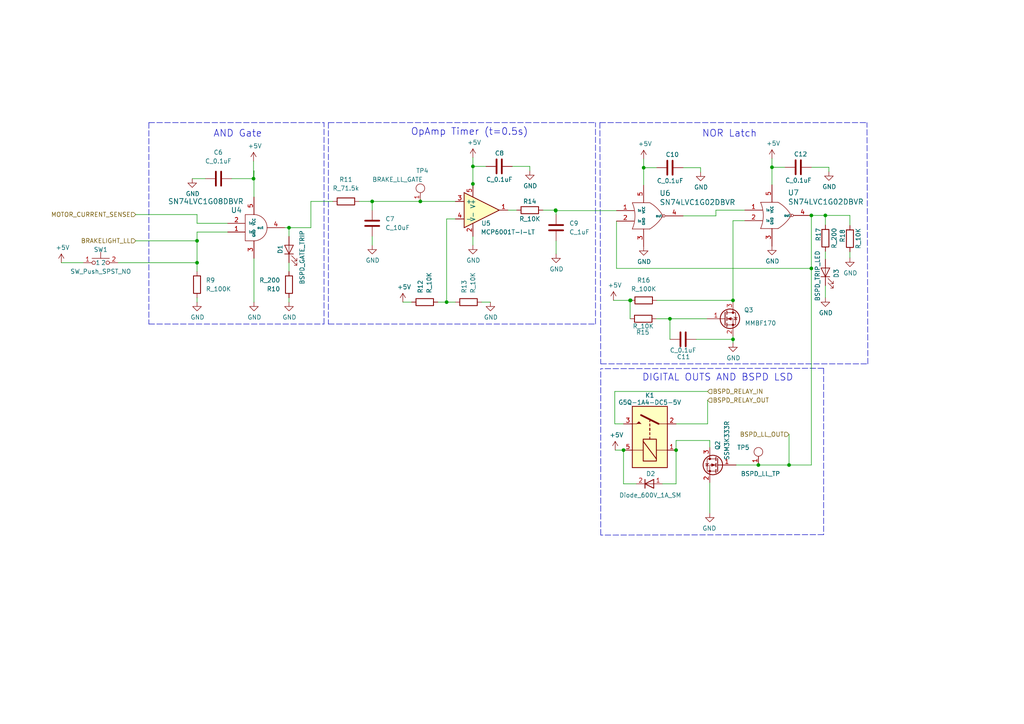
<source format=kicad_sch>
(kicad_sch (version 20211123) (generator eeschema)
  (paper "A4")
  (title_block (title "BSPD (Brake System Plausability Device)"))
  (lib_symbols
    (symbol "formula:C_0.1uF" (pin_numbers hide) (pin_names (offset 0.254))
      (property "Reference" "C" (at 0.635 2.54 0))
      (property "Value" "C_0.1uF" (at 0.635 -2.54 0))
      (symbol "C_0.1uF_0_1"
        (polyline (pts (xy -2.032 -0.762) (xy 2.032 -0.762)) (stroke (width 0.508)))
        (polyline (pts (xy -2.032 0.762) (xy 2.032 0.762)) (stroke (width 0.508)))
      )
      (symbol "C_0.1uF_1_1"
        (pin passive line (at 0 3.81 270) (length 2.794) (name "~") (number "1"))
        (pin passive line (at 0 -3.81 90) (length 2.794) (name "~") (number "2"))
      )
    )
    (symbol "formula:C_10uF" (pin_numbers hide) (pin_names (offset 0.254))
      (property "Reference" "C" (at 0.635 3.81 0))
      (property "Value" "C_10uF" (at 0.635 -1.27 0))
      (symbol "C_10uF_0_1"
        (polyline (pts (xy -2.032 0.508) (xy 2.032 0.508)) (stroke (width 0.508)))
        (polyline (pts (xy -2.032 2.032) (xy 2.032 2.032)) (stroke (width 0.508)))
      )
      (symbol "C_10uF_1_1"
        (pin passive line (at 0 5.08 270) (length 2.794) (name "~") (number "1"))
        (pin passive line (at 0 -2.54 90) (length 2.794) (name "~") (number "2"))
      )
    )
    (symbol "formula:C_1uF" (pin_numbers hide) (pin_names (offset 0.254))
      (property "Reference" "C" (at 0.635 3.81 0))
      (property "Value" "C_1uF" (at 0.635 -1.27 0))
      (symbol "C_1uF_0_1"
        (polyline (pts (xy -2.032 0.508) (xy 2.032 0.508)) (stroke (width 0.508)))
        (polyline (pts (xy -2.032 2.032) (xy 2.032 2.032)) (stroke (width 0.508)))
      )
      (symbol "C_1uF_1_1"
        (pin passive line (at 0 5.08 270) (length 2.794) (name "~") (number "1"))
        (pin passive line (at 0 -2.54 90) (length 2.794) (name "~") (number "2"))
      )
    )
    (symbol "formula:Diode_600V_1A_SM" (pin_names (offset 1.016))
      (property "Reference" "D?" (at 0 6.35 0))
      (property "Value" "Diode_600V_1A_SM" (at 0 8.89 0))
      (symbol "Diode_600V_1A_SM_1_1"
        (polyline (pts (xy 1.27 0) (xy -1.27 0)))
        (polyline (pts (xy 1.27 1.27) (xy 1.27 -1.27)) (stroke (width 0.254)))
        (polyline (pts (xy -1.27 -1.27) (xy -1.27 1.27) (xy 1.27 0) (xy -1.27 -1.27)) (stroke (width 0.254)))
        (pin passive line (at -3.81 0 0) (length 2.54) (name "~") (number "1"))
        (pin passive line (at 3.81 0 180) (length 2.54) (name "~") (number "2"))
      )
    )
    (symbol "formula:G5Q-1A4-DC5-5V" (pin_names (offset 1.016))
      (property "Reference" "K" (at 8.89 3.81 0))
      (property "Value" "G5Q-1A4-DC5-5V" (at -10.16 -3.81 0))
      (symbol "G5Q-1A4-DC5-5V_0_0"
        (polyline (pts (xy 2.54 3.81) (xy 2.54 5.08)))
      )
      (symbol "G5Q-1A4-DC5-5V_0_1"
        (rectangle (start -10.16 5.08) (end 7.62 -5.08) (stroke (width 0.254)) (fill (type background)))
        (rectangle (start -8.255 1.905) (end -1.905 -1.905) (stroke (width 0.254)))
        (polyline (pts (xy -7.62 -1.905) (xy -2.54 1.905)) (stroke (width 0.254)))
        (polyline (pts (xy -5.08 -5.08) (xy -5.08 -1.905)))
        (polyline (pts (xy -5.08 5.08) (xy -5.08 1.905)))
        (polyline (pts (xy -1.905 0) (xy -1.27 0)) (stroke (width 0.254)))
        (polyline (pts (xy -0.635 0) (xy 0 0)) (stroke (width 0.254)))
        (polyline (pts (xy 0.635 0) (xy 1.27 0)) (stroke (width 0.254)))
        (polyline (pts (xy 0.635 0) (xy 1.27 0)) (stroke (width 0.254)))
        (polyline (pts (xy 1.905 0) (xy 2.54 0)) (stroke (width 0.254)))
        (polyline (pts (xy 2.54 -2.54) (xy 2.54 -5.08)))
        (polyline (pts (xy 2.54 -2.54) (xy 5.08 2.54)) (stroke (width 0.508)))
        (polyline (pts (xy 3.175 0) (xy 3.81 0)) (stroke (width 0.254)))
        (polyline (pts (xy 2.54 2.54) (xy 3.175 3.175) (xy 2.54 3.81)) (fill (type outline)))
      )
      (symbol "G5Q-1A4-DC5-5V_1_1"
        (pin passive line (at -5.08 -7.62 90) (length 2.54) (name "~") (number "1"))
        (pin passive line (at 2.54 -7.62 90) (length 2.54) (name "~") (number "2"))
        (pin passive line (at 2.54 7.62 270) (length 2.54) (name "~") (number "3"))
        (pin passive line (at -5.08 7.62 270) (length 2.54) (name "~") (number "5"))
      )
    )
    (symbol "formula:LED_0805_Red" (pin_numbers hide) (pin_names (offset 1.016) hide)
      (property "Reference" "D" (at 0 -2.54 0))
      (property "Value" "LED_0805_Red" (at 0 2.54 0))
      (symbol "LED_0805_Red_0_1"
        (polyline (pts (xy -1.27 -1.27) (xy -1.27 1.27)) (stroke (width 0.2032)))
        (polyline (pts (xy -1.27 0) (xy 1.27 0)))
        (polyline (pts (xy 1.27 -1.27) (xy 1.27 1.27) (xy -1.27 0) (xy 1.27 -1.27)) (stroke (width 0.2032)))
        (polyline (pts (xy -3.048 -0.762) (xy -4.572 -2.286) (xy -3.81 -2.286) (xy -4.572 -2.286) (xy -4.572 -1.524)))
        (polyline (pts (xy -1.778 -0.762) (xy -3.302 -2.286) (xy -2.54 -2.286) (xy -3.302 -2.286) (xy -3.302 -1.524)))
      )
      (symbol "LED_0805_Red_1_1"
        (pin passive line (at -3.81 0 0) (length 2.54) (name "K") (number "1"))
        (pin passive line (at 3.81 0 180) (length 2.54) (name "A") (number "2"))
      )
    )
    (symbol "formula:MCP6001T-I-LT"
      (property "Reference" "U" (at 0 5.08 0))
      (property "Value" "MCP6001T-I-LT" (at 0 -5.08 0))
      (symbol "MCP6001T-I-LT_0_1"
        (polyline (pts (xy -5.08 5.08) (xy 5.08 0) (xy -5.08 -5.08) (xy -5.08 5.08)) (stroke (width 0.254)) (fill (type background)))
        (pin power_in line (at -2.54 -7.62 90) (length 3.81) (name "V-") (number "2"))
        (pin power_in line (at -2.54 7.62 270) (length 3.81) (name "V+") (number "5"))
      )
      (symbol "MCP6001T-I-LT_1_1"
        (pin output line (at 7.62 0 180) (length 2.54) (name "~") (number "1"))
        (pin input line (at -7.62 2.54 0) (length 2.54) (name "+") (number "3"))
        (pin input line (at -7.62 -2.54 0) (length 2.54) (name "-") (number "4"))
      )
    )
    (symbol "formula:MMBF170" (pin_names (offset 0) hide)
      (property "Reference" "Q" (at 5.08 1.905 0))
      (property "Value" "MMBF170" (at 5.08 0 0))
      (property "PurchasingLink" "https://www.digikey.com/product-detail/en/on-semiconductor/MMBF170/MMBF170CT-ND/244295" (at 12.7 9.525 0))
      (symbol "MMBF170_0_1"
        (polyline (pts (xy 0.762 -1.778) (xy 2.54 -1.778)))
        (polyline (pts (xy 0.762 -1.27) (xy 0.762 -2.286)) (stroke (width 0.254)))
        (polyline (pts (xy 0.762 0) (xy 2.54 0)))
        (polyline (pts (xy 0.762 0.508) (xy 0.762 -0.508)) (stroke (width 0.254)))
        (polyline (pts (xy 0.762 1.778) (xy 2.54 1.778)))
        (polyline (pts (xy 0.762 2.286) (xy 0.762 1.27)) (stroke (width 0.254)))
        (polyline (pts (xy 2.54 -1.778) (xy 2.54 -2.54)))
        (polyline (pts (xy 2.54 -1.778) (xy 2.54 0)))
        (polyline (pts (xy 2.54 2.54) (xy 2.54 1.778)))
        (polyline (pts (xy 0.254 1.905) (xy 0.254 -1.905) (xy 0.254 -1.905)) (stroke (width 0.254)))
        (polyline (pts (xy 1.016 0) (xy 2.032 0.381) (xy 2.032 -0.381) (xy 1.016 0)) (fill (type outline)))
        (polyline (pts (xy 2.54 -1.778) (xy 3.302 -1.778) (xy 3.302 1.778) (xy 2.54 1.778)))
        (polyline (pts (xy 2.794 0.508) (xy 2.921 0.381) (xy 3.683 0.381) (xy 3.81 0.254)))
        (polyline (pts (xy 3.302 0.381) (xy 2.921 -0.254) (xy 3.683 -0.254) (xy 3.302 0.381)))
        (circle (center 1.651 0) (radius 2.8194) (stroke (width 0.254)))
        (circle (center 2.54 -1.778) (radius 0.2794) (fill (type outline)))
        (circle (center 2.54 1.778) (radius 0.2794) (fill (type outline)))
      )
      (symbol "MMBF170_1_1"
        (pin input line (at -5.08 0 0) (length 5.334) (name "G") (number "1"))
        (pin passive line (at 2.54 -5.08 90) (length 2.54) (name "S") (number "2"))
        (pin passive line (at 2.54 5.08 270) (length 2.54) (name "D") (number "3"))
      )
    )
    (symbol "formula:R_100K" (pin_numbers hide) (pin_names (offset 0))
      (property "Reference" "R" (at 2.032 0 90))
      (property "Value" "R_100K" (at -2.54 0 90))
      (symbol "R_100K_0_1"
        (rectangle (start -1.016 -2.54) (end 1.016 2.54) (stroke (width 0.254)))
      )
      (symbol "R_100K_1_1"
        (pin passive line (at 0 3.81 270) (length 1.27) (name "~") (number "1"))
        (pin passive line (at 0 -3.81 90) (length 1.27) (name "~") (number "2"))
      )
    )
    (symbol "formula:R_10K" (pin_numbers hide) (pin_names (offset 0))
      (property "Reference" "R" (at 2.032 0 90))
      (property "Value" "R_10K" (at -2.54 0 90))
      (symbol "R_10K_0_1"
        (rectangle (start -1.016 -2.54) (end 1.016 2.54) (stroke (width 0.254)))
      )
      (symbol "R_10K_1_1"
        (pin passive line (at 0 3.81 270) (length 1.27) (name "~") (number "1"))
        (pin passive line (at 0 -3.81 90) (length 1.27) (name "~") (number "2"))
      )
    )
    (symbol "formula:R_200" (pin_numbers hide) (pin_names (offset 0))
      (property "Reference" "R" (at 2.032 0 90))
      (property "Value" "R_200" (at -2.54 0 90))
      (symbol "R_200_0_1"
        (rectangle (start -1.016 -2.54) (end 1.016 2.54) (stroke (width 0.254)))
      )
      (symbol "R_200_1_1"
        (pin passive line (at 0 3.81 270) (length 1.27) (name "~") (number "1"))
        (pin passive line (at 0 -3.81 90) (length 1.27) (name "~") (number "2"))
      )
    )
    (symbol "formula:R_71.5k" (pin_numbers hide) (pin_names (offset 0))
      (property "Reference" "R" (at 2.032 0 90))
      (property "Value" "R_71.5k" (at -2.54 0 90))
      (symbol "R_71.5k_0_1"
        (rectangle (start -1.016 -2.54) (end 1.016 2.54) (stroke (width 0.254)))
      )
      (symbol "R_71.5k_1_1"
        (pin passive line (at 0 3.81 270) (length 1.27) (name "~") (number "1"))
        (pin passive line (at 0 -3.81 90) (length 1.27) (name "~") (number "2"))
      )
    )
    (symbol "formula:SN74LVC1G02DBVR" (pin_names (offset 1.016))
      (property "Reference" "U" (at 0 17.78 0))
      (property "Value" "SN74LVC1G02DBVR" (at 0 13.97 0))
      (property "Footprint" "footprints:SOT-23-5_OEM" (at 0 -11.43 0))
      (property "Datasheet" "http://www.ti.com/lit/ds/symlink/sn74lvc1g02.pdf" (at 0 -13.97 0))
      (property "MFN" "DK" (at 22.86 0 0))
      (symbol "SN74LVC1G02DBVR_0_1"
        (arc (start -3.302 -3.81) (mid -2.52 0) (end -3.302 3.81))
        (polyline (pts (xy -3.302 -3.81) (xy 1.778 -3.81)))
        (polyline (pts (xy -3.302 3.81) (xy 1.778 3.81)))
        (arc (start 1.778 -3.81) (mid 3.9 -2.122) (end 5.588 0))
        (arc (start 5.588 0) (mid 3.9381 2.1601) (end 1.778 3.81))
        (circle (center 5.842 0) (radius 0.3556))
      )
      (symbol "SN74LVC1G02DBVR_1_1"
        (pin bidirectional line (at -7.874 1.524 0) (length 5.08) (name "in") (number "1"))
        (pin bidirectional line (at -7.874 -1.524 0) (length 5.08) (name "in") (number "2"))
        (pin bidirectional line (at 0 -8.89 90) (length 5.08) (name "GND") (number "3"))
        (pin bidirectional line (at 11.43 0 180) (length 5.08) (name "out") (number "4"))
        (pin bidirectional line (at 0 8.89 270) (length 5.08) (name "VCC") (number "5"))
      )
    )
    (symbol "formula:SN74LVC1G08DBVR" (pin_names (offset 1.016))
      (property "Reference" "U" (at 0 12.7 0))
      (property "Value" "SN74LVC1G08DBVR" (at 0 16.51 0))
      (property "Footprint" "footprints:SOT-23-5_OEM" (at 0 -25.4 0))
      (property "Datasheet" "http://www.ti.com/lit/ds/symlink/sn74lvc1g08.pdf" (at 0 -21.59 0))
      (property "MFN" "DK" (at 15.24 0 0))
      (symbol "SN74LVC1G08DBVR_0_1"
        (polyline (pts (xy 0 3.81) (xy -2.54 3.81) (xy -2.54 -3.81) (xy 0 -3.81)))
      )
      (symbol "SN74LVC1G08DBVR_1_1"
        (arc (start 0 -3.81) (mid 3.81 0) (end 0 3.81))
        (pin bidirectional line (at -7.62 -1.27 0) (length 5.08) (name "in") (number "1"))
        (pin bidirectional line (at -7.62 1.27 0) (length 5.08) (name "in") (number "2"))
        (pin bidirectional line (at 0 -8.89 90) (length 5.08) (name "GND") (number "3"))
        (pin bidirectional line (at 8.89 0 180) (length 5.08) (name "out") (number "4"))
        (pin bidirectional line (at 0 8.89 270) (length 5.08) (name "VCC") (number "5"))
      )
    )
    (symbol "formula:SSM3K333R" (pin_names (offset 0) hide)
      (property "Reference" "Q" (at 5.08 1.905 0))
      (property "Value" "SSM3K333R" (at 5.08 0 0))
      (symbol "SSM3K333R_0_1"
        (polyline (pts (xy 0.762 -1.778) (xy 2.54 -1.778)))
        (polyline (pts (xy 0.762 -1.27) (xy 0.762 -2.286)) (stroke (width 0.254)))
        (polyline (pts (xy 0.762 0) (xy 2.54 0)))
        (polyline (pts (xy 0.762 0.508) (xy 0.762 -0.508)) (stroke (width 0.254)))
        (polyline (pts (xy 0.762 1.778) (xy 2.54 1.778)))
        (polyline (pts (xy 0.762 2.286) (xy 0.762 1.27)) (stroke (width 0.254)))
        (polyline (pts (xy 2.54 -1.778) (xy 2.54 -2.54)))
        (polyline (pts (xy 2.54 -1.778) (xy 2.54 0)))
        (polyline (pts (xy 2.54 2.54) (xy 2.54 1.778)))
        (polyline (pts (xy 0.254 1.905) (xy 0.254 -1.905) (xy 0.254 -1.905)) (stroke (width 0.254)))
        (polyline (pts (xy 1.016 0) (xy 2.032 0.381) (xy 2.032 -0.381) (xy 1.016 0)) (fill (type outline)))
        (polyline (pts (xy 2.54 -1.778) (xy 3.302 -1.778) (xy 3.302 1.778) (xy 2.54 1.778)))
        (polyline (pts (xy 2.794 0.508) (xy 2.921 0.381) (xy 3.683 0.381) (xy 3.81 0.254)))
        (polyline (pts (xy 3.302 0.381) (xy 2.921 -0.254) (xy 3.683 -0.254) (xy 3.302 0.381)))
        (circle (center 1.651 0) (radius 2.8194) (stroke (width 0.254)))
        (circle (center 2.54 -1.778) (radius 0.2794) (fill (type outline)))
        (circle (center 2.54 1.778) (radius 0.2794) (fill (type outline)))
      )
      (symbol "SSM3K333R_1_1"
        (pin input line (at -5.08 0 0) (length 5.334) (name "G") (number "1"))
        (pin passive line (at 2.54 -5.08 90) (length 2.54) (name "S") (number "2"))
        (pin passive line (at 2.54 5.08 270) (length 2.54) (name "D") (number "3"))
      )
    )
    (symbol "formula:SW_Push_SPST_NO" (pin_names (offset 1.016))
      (property "Reference" "SW" (at 2.54 3.81 0))
      (property "Value" "SW_Push_SPST_NO" (at 1.27 -2.54 0))
      (symbol "SW_Push_SPST_NO_1_1"
        (circle (center -2.032 0) (radius 0.508))
        (polyline (pts (xy 0 1.27) (xy 0 3.048)))
        (polyline (pts (xy 2.54 1.27) (xy -2.54 1.27)))
        (circle (center 2.032 0) (radius 0.508))
        (pin passive line (at -5.08 0 0) (length 2.54) (name "1") (number "1"))
        (pin passive line (at 5.08 0 180) (length 2.54) (name "2") (number "2"))
      )
    )
    (symbol "formula:Test_Point_SMD" (pin_names (offset 1.016))
      (property "Reference" "TP" (at 0 7.62 0))
      (property "Value" "Test_Point_SMD" (at 1.27 5.08 0))
      (symbol "Test_Point_SMD_1_1"
        (circle (center 0 2.54) (radius 1.27))
        (pin input line (at 0 -1.27 90) (length 2.54) (name "~") (number "1"))
      )
    )
    (symbol "power:+5V" (power) (pin_names (offset 0))
      (property "Value" "+5V" (at 0 3.556 0))
      (symbol "+5V_0_1"
        (polyline (pts (xy -0.762 1.27) (xy 0 2.54)))
        (polyline (pts (xy 0 0) (xy 0 2.54)))
        (polyline (pts (xy 0 2.54) (xy 0.762 1.27)))
      )
      (symbol "+5V_1_1"
        (pin power_in line (at 0 0 90) (length 0) hide (name "+5V") (number "1"))
      )
    )
    (symbol "power:GND" (power) (pin_names (offset 0))
      (property "Value" "GND" (at 0 -3.81 0))
      (symbol "GND_0_1"
        (polyline (pts (xy 0 0) (xy 0 -1.27) (xy 1.27 -1.27) (xy 0 -2.54) (xy -1.27 -1.27) (xy 0 -1.27)))
      )
      (symbol "GND_1_1"
        (pin power_in line (at 0 0 270) (length 0) hide (name "GND") (number "1"))
      )
    )
  )
  (junction (at 161.163 61.087))
  (junction (at 107.95 58.42))
  (junction (at 137.16 53.34))
  (junction (at 182.88 87.122))
  (junction (at 194.31 92.456))
  (junction (at 223.901 48.514))
  (junction (at 180.848 130.556))
  (junction (at 228.854 134.874))
  (junction (at 212.598 87.122))
  (junction (at 129.54 87.63))
  (junction (at 196.088 130.556))
  (junction (at 212.598 98.425))
  (junction (at 121.92 58.42))
  (junction (at 161.163 60.96))
  (junction (at 235.331 62.484))
  (junction (at 186.69 48.641))
  (junction (at 137.16 48.26))
  (junction (at 57.15 76.2))
  (junction (at 239.395 62.484))
  (junction (at 182.753 87.122))
  (junction (at 235.331 77.851))
  (junction (at 73.533 51.816))
  (junction (at 219.964 134.874))
  (junction (at 83.82 66.04))
  (junction (at 57.15 69.85))
  (polyline (pts (xy 173.99 35.56) (xy 174.244 105.537)))
  (wire (pts (xy 239.395 72.898) (xy 239.395 75.184)))
  (wire (pts (xy 82.55 66.04) (xy 83.82 66.04)))
  (wire (pts (xy 137.16 45.72) (xy 137.16 48.26)))
  (wire (pts (xy 196.088 130.556) (xy 196.088 127.762)))
  (polyline (pts (xy 174.244 105.537) (xy 251.714 105.537)))
  (wire (pts (xy 121.92 58.42) (xy 132.08 58.42)))
  (wire (pts (xy 127 87.63) (xy 129.54 87.63)))
  (wire (pts (xy 192.151 140.335) (xy 196.088 140.335)))
  (wire (pts (xy 205.232 113.538) (xy 178.308 113.538)))
  (polyline (pts (xy 251.714 105.537) (xy 251.46 35.56)))
  (wire (pts (xy 178.308 113.538) (xy 178.308 122.936)))
  (wire (pts (xy 228.854 125.984) (xy 228.854 134.874)))
  (wire (pts (xy 212.598 98.425) (xy 212.598 97.536)))
  (wire (pts (xy 39.37 69.85) (xy 57.15 69.85)))
  (polyline (pts (xy 173.99 35.56) (xy 251.46 35.56)))
  (polyline (pts (xy 43.18 35.56) (xy 93.98 35.56)))
  (wire (pts (xy 178.816 61.087) (xy 161.163 61.087)))
  (wire (pts (xy 83.82 76.2) (xy 83.82 78.74)))
  (wire (pts (xy 147.32 60.96) (xy 149.86 60.96)))
  (wire (pts (xy 190.5 87.122) (xy 212.598 87.122)))
  (wire (pts (xy 104.14 58.42) (xy 107.95 58.42)))
  (wire (pts (xy 198.12 48.641) (xy 203.2 48.641)))
  (polyline (pts (xy 172.72 93.98) (xy 172.72 35.56)))
  (wire (pts (xy 83.82 68.58) (xy 83.82 66.04)))
  (wire (pts (xy 34.29 76.2) (xy 57.15 76.2)))
  (wire (pts (xy 178.308 122.936) (xy 180.848 122.936)))
  (wire (pts (xy 157.48 60.96) (xy 161.163 60.96)))
  (wire (pts (xy 178.816 77.851) (xy 178.816 64.135)))
  (wire (pts (xy 219.964 134.874) (xy 213.487 134.874)))
  (wire (pts (xy 235.331 62.484) (xy 239.395 62.484)))
  (wire (pts (xy 107.95 58.42) (xy 121.92 58.42)))
  (wire (pts (xy 90.17 66.04) (xy 90.17 58.42)))
  (wire (pts (xy 186.69 46.101) (xy 186.69 48.641)))
  (wire (pts (xy 205.867 139.954) (xy 205.867 148.844)))
  (wire (pts (xy 223.901 48.514) (xy 223.901 53.594)))
  (wire (pts (xy 161.163 61.087) (xy 161.163 60.96)))
  (wire (pts (xy 137.16 48.26) (xy 137.16 53.34)))
  (wire (pts (xy 107.95 58.42) (xy 107.95 60.96)))
  (wire (pts (xy 207.645 60.96) (xy 216.027 60.96)))
  (wire (pts (xy 132.08 63.5) (xy 129.54 63.5)))
  (wire (pts (xy 198.12 62.611) (xy 207.645 62.611)))
  (wire (pts (xy 67.183 51.816) (xy 73.533 51.816)))
  (polyline (pts (xy 93.98 93.98) (xy 93.98 35.56)))
  (wire (pts (xy 235.331 134.874) (xy 228.854 134.874)))
  (wire (pts (xy 212.598 64.008) (xy 216.027 64.008)))
  (wire (pts (xy 57.15 86.36) (xy 57.15 87.63)))
  (wire (pts (xy 194.31 92.456) (xy 204.978 92.456)))
  (wire (pts (xy 182.753 92.456) (xy 182.753 87.122)))
  (wire (pts (xy 137.16 54.61) (xy 137.16 53.34)))
  (wire (pts (xy 129.54 63.5) (xy 129.54 87.63)))
  (wire (pts (xy 161.29 60.96) (xy 161.29 62.23)))
  (wire (pts (xy 186.69 48.641) (xy 190.5 48.641)))
  (wire (pts (xy 57.15 62.23) (xy 57.15 64.77)))
  (wire (pts (xy 90.17 58.42) (xy 96.52 58.42)))
  (wire (pts (xy 235.331 77.851) (xy 178.816 77.851)))
  (wire (pts (xy 205.232 122.936) (xy 205.232 116.078)))
  (wire (pts (xy 161.29 69.85) (xy 161.29 73.66)))
  (wire (pts (xy 196.088 127.762) (xy 205.867 127.762)))
  (wire (pts (xy 180.848 130.556) (xy 180.848 140.335)))
  (wire (pts (xy 186.69 48.641) (xy 186.69 53.721)))
  (wire (pts (xy 240.411 48.514) (xy 240.411 49.784)))
  (wire (pts (xy 177.927 87.122) (xy 182.753 87.122)))
  (wire (pts (xy 178.435 130.556) (xy 180.848 130.556)))
  (polyline (pts (xy 95.25 35.56) (xy 172.72 35.56)))
  (wire (pts (xy 57.15 76.2) (xy 57.15 78.74)))
  (wire (pts (xy 55.753 51.816) (xy 59.563 51.816)))
  (wire (pts (xy 142.24 87.63) (xy 139.7 87.63)))
  (polyline (pts (xy 95.25 35.56) (xy 95.25 93.98)))
  (wire (pts (xy 235.331 62.484) (xy 235.331 77.851)))
  (wire (pts (xy 137.16 48.26) (xy 140.97 48.26)))
  (wire (pts (xy 196.088 122.936) (xy 205.232 122.936)))
  (wire (pts (xy 148.59 48.26) (xy 153.67 48.26)))
  (wire (pts (xy 116.84 87.63) (xy 119.38 87.63)))
  (wire (pts (xy 212.598 99.441) (xy 212.598 98.425)))
  (wire (pts (xy 39.37 62.23) (xy 57.15 62.23)))
  (wire (pts (xy 161.163 60.96) (xy 161.29 60.96)))
  (polyline (pts (xy 238.887 106.807) (xy 238.887 155.067)))
  (wire (pts (xy 196.088 140.335) (xy 196.088 130.556)))
  (wire (pts (xy 57.15 64.77) (xy 66.04 64.77)))
  (wire (pts (xy 223.901 45.974) (xy 223.901 48.514)))
  (wire (pts (xy 203.2 48.641) (xy 203.2 49.911)))
  (wire (pts (xy 246.507 73.025) (xy 246.507 74.803)))
  (wire (pts (xy 205.867 127.762) (xy 205.867 129.794)))
  (polyline (pts (xy 238.887 155.067) (xy 174.244 155.194)))
  (wire (pts (xy 182.753 87.122) (xy 182.88 87.122)))
  (wire (pts (xy 57.15 67.31) (xy 66.04 67.31)))
  (wire (pts (xy 57.15 69.85) (xy 57.15 76.2)))
  (wire (pts (xy 73.533 51.816) (xy 73.66 49.53)))
  (wire (pts (xy 194.31 92.456) (xy 190.373 92.456)))
  (wire (pts (xy 246.507 62.484) (xy 246.507 65.405)))
  (wire (pts (xy 153.67 48.26) (xy 153.67 49.53)))
  (wire (pts (xy 83.82 86.36) (xy 83.82 87.63)))
  (polyline (pts (xy 43.18 35.56) (xy 43.18 93.98)))
  (wire (pts (xy 194.31 98.425) (xy 194.31 92.456)))
  (wire (pts (xy 235.331 48.514) (xy 240.411 48.514)))
  (wire (pts (xy 180.848 140.335) (xy 184.531 140.335)))
  (wire (pts (xy 107.95 68.58) (xy 107.95 71.12)))
  (wire (pts (xy 73.66 49.53) (xy 73.66 57.15)))
  (polyline (pts (xy 174.244 155.194) (xy 174.244 106.934)))
  (wire (pts (xy 207.645 62.611) (xy 207.645 60.96)))
  (wire (pts (xy 137.16 68.58) (xy 137.16 71.12)))
  (wire (pts (xy 73.533 46.736) (xy 73.533 51.816)))
  (wire (pts (xy 212.598 87.122) (xy 212.598 64.008)))
  (wire (pts (xy 129.54 87.63) (xy 132.08 87.63)))
  (wire (pts (xy 201.93 98.425) (xy 212.598 98.425)))
  (wire (pts (xy 239.395 62.484) (xy 239.395 65.278)))
  (wire (pts (xy 83.82 66.04) (xy 90.17 66.04)))
  (polyline (pts (xy 95.25 93.98) (xy 172.72 93.98)))
  (wire (pts (xy 73.66 74.93) (xy 73.66 87.63)))
  (wire (pts (xy 212.598 87.122) (xy 212.598 87.376)))
  (polyline (pts (xy 43.18 93.98) (xy 93.98 93.98)))
  (polyline (pts (xy 238.887 106.807) (xy 174.244 106.934)))
  (wire (pts (xy 235.331 77.851) (xy 235.331 134.874)))
  (wire (pts (xy 219.964 134.874) (xy 228.854 134.874)))
  (wire (pts (xy 239.395 82.804) (xy 239.395 86.36)))
  (wire (pts (xy 239.395 62.484) (xy 246.507 62.484)))
  (wire (pts (xy 17.78 76.2) (xy 24.13 76.2)))
  (wire (pts (xy 57.15 69.85) (xy 57.15 67.31)))
  (wire (pts (xy 223.901 48.514) (xy 227.711 48.514)))
  (text "OpAmp Timer (t=0.5s)" (at 119.126 39.497 0) (effects (font (size 2 2)) (justify left bottom)))
  (text "AND Gate" (at 61.849 40.005 0) (effects (font (size 2 2)) (justify left bottom)))
  (text "DIGITAL OUTS AND BSPD LSD" (at 230.124 110.744 180) (effects (font (size 2 2)) (justify right bottom)))
  (text "NOR Latch" (at 203.581 40.005 0) (effects (font (size 2 2)) (justify left bottom)))
  (hierarchical_label "BSPD_LL_OUT" (shape input) (at 228.854 125.984 180))
  (hierarchical_label "MOTOR_CURRENT_SENSE" (shape input) (at 39.37 62.23 180))
  (hierarchical_label "BSPD_RELAY_OUT" (shape input) (at 205.232 116.078 0))
  (hierarchical_label "BRAKELIGHT_LL" (shape input) (at 39.37 69.85 180))
  (hierarchical_label "BSPD_RELAY_IN" (shape input) (at 205.232 113.538 0))
  (symbol (lib_id "formula:SN74LVC1G02DBVR") (at 223.901 62.484 0) (unit 1)
    (property "Reference" "U7" (at 230.124 55.88 0) (effects (font (size 1.524 1.524))))
    (property "Value" "SN74LVC1G02DBVR" (at 239.522 58.547 0) (effects (font (size 1.524 1.524))))
    (property "Footprint" "footprints:SOT-23-5_OEM" (effects hide))
    (property "Datasheet" "http://www.ti.com/lit/ds/symlink/sn74lvc1g02.pdf" (effects hide))
    (property "MFN" "DK" (effects hide))
    (property "MPN" "296-11597-1-ND" (effects hide))
    (property "PurchasingLink" "https://www.digikey.com/product-detail/en/texas-instruments/SN74LVC1G02DBVR/296-11597-2-ND/385714" (effects hide))
  )
  (symbol (lib_id "power:+5V") (at 223.901 45.974 0) (unit 1)
    (property "Reference" "#PWR?" (effects hide))
    (property "Value" "+5V" (at 224.282 41.5798 0))
  )
  (symbol (lib_id "formula:R_100K") (at 57.15 82.55 180) (unit 1)
    (property "Reference" "R9" (at 59.69 81.2799 0) (effects (justify right)))
    (property "Value" "R_100K" (at 59.69 83.8199 0) (effects (justify right)))
    (property "Footprint" "footprints:R_0805_OEM" (effects hide))
    (property "Datasheet" "https://industrial.panasonic.com/cdbs/www-data/pdf/RDA0000/AOA0000C304.pdf" (effects hide))
    (property "MFN" "DK" (effects hide))
    (property "MPN" "P100KCCT-ND" (effects hide))
    (property "PurchasingLink" "https://www.digikey.com/product-detail/en/panasonic-electronic-components/ERJ-6ENF1003V/P100KCCT-ND/119551" (effects hide))
  )
  (symbol (lib_id "formula:C_0.1uF") (at 63.373 51.816 90) (unit 1)
    (property "Reference" "C6" (at 64.643 44.196 90) (effects (justify left)))
    (property "Value" "C_0.1uF" (at 67.183 46.736 90) (effects (justify left)))
    (property "Footprint" "footprints:C_0805_OEM" (effects hide))
    (property "Datasheet" "http://datasheets.avx.com/X7RDielectric.pdf" (effects hide))
    (property "MFN" "DK" (effects hide))
    (property "MPN" "478-3352-1-ND" (effects hide))
    (property "PurchasingLink" "https://www.digikey.com/products/en?keywords=478-3352-1-ND" (effects hide))
  )
  (symbol (lib_id "power:GND") (at 142.24 87.63 0) (unit 1)
    (property "Reference" "#PWR?" (effects hide))
    (property "Value" "GND" (at 142.367 92.0242 0))
  )
  (symbol (lib_id "power:+5V") (at 186.69 46.101 0) (unit 1)
    (property "Reference" "#PWR?" (effects hide))
    (property "Value" "+5V" (at 187.071 41.7068 0))
  )
  (symbol (lib_id "power:+5V") (at 73.533 46.736 0) (unit 1)
    (property "Reference" "#PWR?" (effects hide))
    (property "Value" "+5V" (at 73.914 42.3418 0))
  )
  (symbol (lib_id "formula:C_0.1uF") (at 194.31 48.641 270) (unit 1)
    (property "Reference" "C10" (at 193.04 44.831 90) (effects (justify left)))
    (property "Value" "C_0.1uF" (at 190.5 52.451 90) (effects (justify left)))
    (property "Footprint" "footprints:C_0805_OEM" (effects hide))
    (property "Datasheet" "http://datasheets.avx.com/X7RDielectric.pdf" (effects hide))
    (property "MFN" "DK" (effects hide))
    (property "MPN" "478-3352-1-ND" (effects hide))
    (property "PurchasingLink" "https://www.digikey.com/products/en?keywords=478-3352-1-ND" (effects hide))
  )
  (symbol (lib_id "power:GND") (at 57.15 87.63 0) (unit 1)
    (property "Reference" "#PWR?" (effects hide))
    (property "Value" "GND" (at 57.277 92.0242 0))
  )
  (symbol (lib_id "power:GND") (at 107.95 71.12 0) (unit 1)
    (property "Reference" "#PWR?" (effects hide))
    (property "Value" "GND" (at 108.077 75.5142 0))
  )
  (symbol (lib_id "formula:R_200") (at 239.395 69.088 0) (unit 1)
    (property "Reference" "R17" (at 237.363 69.977 90) (effects (justify left)))
    (property "Value" "R_200" (at 241.935 72.136 90) (effects (justify left)))
    (property "Footprint" "footprints:R_0805_OEM" (effects hide))
    (property "Datasheet" "https://www.seielect.com/Catalog/SEI-RMCF_RMCP.pdf" (effects hide))
    (property "MFN" "DK" (effects hide))
    (property "MPN" "RMCF0805JT200RCT-ND" (effects hide))
    (property "PurchasingLink" "https://www.digikey.com/products/en?keywords=RMCF0805JT200RCT-ND" (effects hide))
  )
  (symbol (lib_id "power:+5V") (at 17.78 76.2 0) (unit 1)
    (property "Reference" "#PWR?" (effects hide))
    (property "Value" "+5V" (at 18.161 71.8058 0))
  )
  (symbol (lib_id "power:GND") (at 161.29 73.66 0) (unit 1)
    (property "Reference" "#PWR?" (effects hide))
    (property "Value" "GND" (at 161.417 78.0542 0))
  )
  (symbol (lib_id "formula:C_0.1uF") (at 198.12 98.425 90) (unit 1)
    (property "Reference" "C11" (at 198.247 103.505 90))
    (property "Value" "C_0.1uF" (at 198.12 101.6 90))
    (property "Footprint" "footprints:C_0805_OEM" (effects hide))
    (property "Datasheet" "http://datasheets.avx.com/X7RDielectric.pdf" (effects hide))
    (property "MFN" "DK" (effects hide))
    (property "MPN" "478-3352-1-ND" (effects hide))
    (property "PurchasingLink" "https://www.digikey.com/products/en?keywords=478-3352-1-ND" (effects hide))
  )
  (symbol (lib_id "formula:R_100K") (at 186.69 87.122 90) (unit 1)
    (property "Reference" "R16" (at 186.69 81.28 90))
    (property "Value" "R_100K" (at 186.69 83.82 90))
    (property "Footprint" "footprints:R_0805_OEM" (effects hide))
    (property "Datasheet" "https://industrial.panasonic.com/cdbs/www-data/pdf/RDA0000/AOA0000C304.pdf" (effects hide))
    (property "MFN" "DK" (effects hide))
    (property "MPN" "P100KCCT-ND" (effects hide))
    (property "PurchasingLink" "https://www.digikey.com/product-detail/en/panasonic-electronic-components/ERJ-6ENF1003V/P100KCCT-ND/119551" (effects hide))
  )
  (symbol (lib_id "formula:R_10K") (at 186.563 92.456 90) (unit 1)
    (property "Reference" "R15" (at 186.436 96.393 90))
    (property "Value" "R_10K" (at 186.563 94.615 90))
    (property "Footprint" "footprints:R_0805_OEM" (effects hide))
    (property "Datasheet" "http://www.bourns.com/data/global/pdfs/CRS.pdf" (effects hide))
    (property "MFN" "DK" (effects hide))
    (property "MPN" "CRS0805-FX-1002ELFCT-ND" (effects hide))
    (property "PurchasingLink" "https://www.digikey.com/products/en?keywords=CRS0805-FX-1002ELFCT-ND" (effects hide))
  )
  (symbol (lib_id "formula:MCP6001T-I-LT") (at 139.7 60.96 0) (unit 1)
    (property "Reference" "U5" (at 140.97 64.77 0))
    (property "Value" "MCP6001T-I-LT" (at 147.32 67.31 0))
    (property "Footprint" "Package_TO_SOT_SMD:SOT-353_SC-70-5" (effects hide))
    (property "Datasheet" "http://ww1.microchip.com/downloads/en/DeviceDoc/21733j.pdf" (effects hide))
    (property "MFN" "DK" (effects hide))
    (property "MPN" "MCP6001T-I/LTCT-ND" (effects hide))
    (property "PurchasingLink" "https://www.digikey.com/product-detail/en/microchip-technology/MCP6001T-I-LT/MCP6001T-I-LTCT-ND/669499" (effects hide))
  )
  (symbol (lib_id "power:GND") (at 239.395 86.36 0) (unit 1)
    (property "Reference" "#PWR?" (effects hide))
    (property "Value" "GND" (at 239.522 90.7542 0))
  )
  (symbol (lib_id "formula:Diode_600V_1A_SM") (at 188.341 140.335 180) (unit 1)
    (property "Reference" "D2" (at 188.722 137.414 0))
    (property "Value" "Diode_600V_1A_SM" (at 188.595 143.637 0))
    (property "Footprint" "footprints:Diode_600V_1A_SM" (effects hide))
    (property "Datasheet" "https://www.st.com/content/ccc/resource/technical/document/datasheet/c7/d5/fe/c4/56/21/41/02/CD00005135.pdf/files/CD00005135.pdf/jcr:content/translations/en.CD00005135.pdf" (effects hide))
    (property "Purchasing Link" "https://www.digikey.com/product-detail/en/stmicroelectronics/STTH1R06A/497-3765-1-ND/691935" (effects hide))
    (property "PurchasingLink" "https://www.digikey.com/product-detail/en/stmicroelectronics/STTH1R06A/497-3765-1-ND/691935" (effects hide))
  )
  (symbol (lib_id "formula:R_10K") (at 123.19 87.63 90) (unit 1)
    (property "Reference" "R12" (at 121.9199 85.09 0) (effects (justify left)))
    (property "Value" "R_10K" (at 124.4599 85.09 0) (effects (justify left)))
    (property "Footprint" "footprints:R_0805_OEM" (effects hide))
    (property "Datasheet" "http://www.bourns.com/data/global/pdfs/CRS.pdf" (effects hide))
    (property "MFN" "DK" (effects hide))
    (property "MPN" "CRS0805-FX-1002ELFCT-ND" (effects hide))
    (property "PurchasingLink" "https://www.digikey.com/products/en?keywords=CRS0805-FX-1002ELFCT-ND" (effects hide))
  )
  (symbol (lib_id "formula:R_200") (at 83.82 82.55 180) (unit 1)
    (property "Reference" "R10" (at 81.28 83.8201 0) (effects (justify left)))
    (property "Value" "R_200" (at 81.28 81.2801 0) (effects (justify left)))
    (property "Footprint" "footprints:R_0805_OEM" (effects hide))
    (property "Datasheet" "https://www.seielect.com/Catalog/SEI-RMCF_RMCP.pdf" (effects hide))
    (property "MFN" "DK" (effects hide))
    (property "MPN" "RMCF0805JT200RCT-ND" (effects hide))
    (property "PurchasingLink" "https://www.digikey.com/products/en?keywords=RMCF0805JT200RCT-ND" (effects hide))
  )
  (symbol (lib_id "power:GND") (at 55.753 51.816 0) (unit 1)
    (property "Reference" "#PWR?" (effects hide))
    (property "Value" "GND" (at 55.88 56.2102 0))
  )
  (symbol (lib_id "formula:SN74LVC1G02DBVR") (at 186.69 62.611 0) (unit 1)
    (property "Reference" "U6" (at 192.913 56.007 0) (effects (font (size 1.524 1.524))))
    (property "Value" "SN74LVC1G02DBVR" (at 202.311 58.674 0) (effects (font (size 1.524 1.524))))
    (property "Footprint" "footprints:SOT-23-5_OEM" (effects hide))
    (property "Datasheet" "http://www.ti.com/lit/ds/symlink/sn74lvc1g02.pdf" (effects hide))
    (property "MFN" "DK" (effects hide))
    (property "MPN" "296-11597-1-ND" (effects hide))
    (property "PurchasingLink" "https://www.digikey.com/product-detail/en/texas-instruments/SN74LVC1G02DBVR/296-11597-2-ND/385714" (effects hide))
  )
  (symbol (lib_id "formula:SN74LVC1G08DBVR") (at 73.66 66.04 0) (unit 1)
    (property "Reference" "U4" (at 68.58 60.96 0) (effects (font (size 1.524 1.524))))
    (property "Value" "SN74LVC1G08DBVR" (at 59.69 58.42 0) (effects (font (size 1.524 1.524))))
    (property "Footprint" "footprints:SOT-23-5_OEM" (effects hide))
    (property "Datasheet" "http://www.ti.com/lit/ds/symlink/sn74lvc1g08.pdf" (effects hide))
    (property "MFN" "DK" (effects hide))
    (property "MPN" "296-11601-2-ND" (effects hide))
    (property "PurchasingLink" "https://www.digikey.com/product-detail/en/texas-instruments/SN74LVC1G08DBVR/296-11601-2-ND/385718" (effects hide))
  )
  (symbol (lib_id "formula:R_71.5k") (at 100.33 58.42 90) (unit 1)
    (property "Reference" "R11" (at 100.33 52.07 90))
    (property "Value" "R_71.5k" (at 100.33 54.61 90))
    (property "Footprint" "footprints:R_0805_OEM" (effects hide))
  )
  (symbol (lib_id "power:GND") (at 212.598 99.441 0) (unit 1)
    (property "Reference" "#PWR?" (effects hide))
    (property "Value" "GND" (at 212.725 103.8352 0))
  )
  (symbol (lib_id "power:+5V") (at 177.927 87.122 0) (unit 1)
    (property "Reference" "#PWR?" (effects hide))
    (property "Value" "+5V" (at 178.308 82.7278 0))
  )
  (symbol (lib_id "formula:R_10K") (at 135.89 87.63 90) (unit 1)
    (property "Reference" "R13" (at 134.6199 85.09 0) (effects (justify left)))
    (property "Value" "R_10K" (at 137.1599 85.09 0) (effects (justify left)))
    (property "Footprint" "footprints:R_0805_OEM" (effects hide))
    (property "Datasheet" "http://www.bourns.com/data/global/pdfs/CRS.pdf" (effects hide))
    (property "MFN" "DK" (effects hide))
    (property "MPN" "CRS0805-FX-1002ELFCT-ND" (effects hide))
    (property "PurchasingLink" "https://www.digikey.com/products/en?keywords=CRS0805-FX-1002ELFCT-ND" (effects hide))
  )
  (symbol (lib_id "formula:SSM3K333R") (at 208.407 134.874 0) (mirror y) (unit 1)
    (property "Reference" "Q2" (at 208.153 130.556 90) (effects (justify left)))
    (property "Value" "SSM3K333R" (at 210.82 133.477 90) (effects (justify left)))
    (property "Footprint" "footprints:SOT-23F" (effects hide))
    (property "Datasheet" "https://drive.google.com/drive/folders/0B-V-iZf33Y4GNzhDQTJZanJRbVk" (effects hide))
    (property "MFN" "DK" (effects hide))
    (property "MPN" "SSM3K333RLFCT-ND" (effects hide))
    (property "PurchasingLink" "https://www.digikey.com/product-detail/en/toshiba-semiconductor-and-storage/SSM3K333RLF/SSM3K333RLFCT-ND/3522391" (effects hide))
  )
  (symbol (lib_id "formula:R_10K") (at 153.67 60.96 90) (unit 1)
    (property "Reference" "R14" (at 153.67 58.42 90))
    (property "Value" "R_10K" (at 153.67 63.5 90))
    (property "Footprint" "footprints:R_0805_OEM" (effects hide))
    (property "Datasheet" "http://www.bourns.com/data/global/pdfs/CRS.pdf" (effects hide))
    (property "MFN" "DK" (effects hide))
    (property "MPN" "CRS0805-FX-1002ELFCT-ND" (effects hide))
    (property "PurchasingLink" "https://www.digikey.com/products/en?keywords=CRS0805-FX-1002ELFCT-ND" (effects hide))
  )
  (symbol (lib_id "formula:SW_Push_SPST_NO") (at 29.21 76.2 0) (unit 1)
    (property "Reference" "SW1" (at 29.21 72.39 0))
    (property "Value" "SW_Push_SPST_NO" (at 29.21 78.74 0))
    (property "Footprint" "footprints:SW_B3U-1000P_4.2x1.7mm" (effects hide))
    (property "Datasheet" "https://omronfs.omron.com/en_US/ecb/products/pdf/en-b3u.pdf" (effects hide))
    (property "MFN" "DK" (effects hide))
    (property "MPN" "SW1020CT-ND" (effects hide))
    (property "PurchasingLink" "https://www.digikey.com/product-detail/en/omron-electronics-inc-emc-div/B3U-1000P/SW1020CT-ND/1534357A" (effects hide))
  )
  (symbol (lib_id "formula:Test_Point_SMD") (at 121.92 57.15 0) (unit 1)
    (property "Reference" "TP4" (at 120.65 49.53 0) (effects (justify left)))
    (property "Value" "BRAKE_LL_GATE" (at 107.95 52.07 0) (effects (justify left)))
    (property "Footprint" "footprints:Test_Point_SMD" (effects hide))
  )
  (symbol (lib_id "formula:LED_0805_Red") (at 239.395 78.994 90) (unit 1)
    (property "Reference" "D3" (at 242.57 77.978 0) (effects (justify right)))
    (property "Value" "BSPD_TRIP_LED" (at 237.109 72.644 0) (effects (justify right)))
    (property "Footprint" "footprints:LED_0805_OEM" (effects hide))
    (property "Datasheet" "http://www.osram-os.com/Graphics/XPic8/00078869_0.pdf" (effects hide))
    (property "MFN" "DK" (effects hide))
    (property "MPN" "475-1415-1-ND" (effects hide))
    (property "PurchasingLink" "https://www.digikey.com/product-detail/en/osram-opto-semiconductors-inc/LH-R974-LP-1/475-1415-1-ND/1802604" (effects hide))
  )
  (symbol (lib_id "power:GND") (at 137.16 71.12 0) (unit 1)
    (property "Reference" "#PWR?" (effects hide))
    (property "Value" "GND" (at 137.287 75.5142 0))
  )
  (symbol (lib_id "power:GND") (at 205.867 148.844 0) (mirror y) (unit 1)
    (property "Reference" "#PWR?" (effects hide))
    (property "Value" "GND" (at 205.74 153.2382 0))
  )
  (symbol (lib_id "formula:C_0.1uF") (at 144.78 48.26 270) (unit 1)
    (property "Reference" "C8" (at 143.51 44.45 90) (effects (justify left)))
    (property "Value" "C_0.1uF" (at 140.97 52.07 90) (effects (justify left)))
    (property "Footprint" "footprints:C_0805_OEM" (effects hide))
    (property "Datasheet" "http://datasheets.avx.com/X7RDielectric.pdf" (effects hide))
    (property "MFN" "DK" (effects hide))
    (property "MPN" "478-3352-1-ND" (effects hide))
    (property "PurchasingLink" "https://www.digikey.com/products/en?keywords=478-3352-1-ND" (effects hide))
  )
  (symbol (lib_id "power:GND") (at 186.69 71.501 0) (unit 1)
    (property "Reference" "#PWR?" (effects hide))
    (property "Value" "GND" (at 186.817 75.8952 0))
  )
  (symbol (lib_id "formula:MMBF170") (at 210.058 92.456 0) (unit 1)
    (property "Reference" "Q3" (at 215.773 89.916 0) (effects (justify left)))
    (property "Value" "MMBF170" (at 216.027 93.7259 0) (effects (justify left)))
    (property "Footprint" "TO_SOT_Packages_SMD:SOT-23" (effects hide))
    (property "Datasheet" "https://www.fairchildsemi.com/datasheets/MM/MMBF170.pdf" (effects hide))
    (property "MFN" "DK" (effects hide))
    (property "MPN" "MMBF170CT-ND" (effects hide))
    (property "PurchasingLink" "https://www.digikey.com/product-detail/en/on-semiconductor/MMBF170/MMBF170CT-ND/244295" (effects hide))
  )
  (symbol (lib_id "power:GND") (at 240.411 49.784 0) (unit 1)
    (property "Reference" "#PWR?" (effects hide))
    (property "Value" "GND" (at 240.538 54.1782 0))
  )
  (symbol (lib_id "formula:R_10K") (at 246.507 69.215 0) (unit 1)
    (property "Reference" "R18" (at 244.348 70.358 90) (effects (justify left)))
    (property "Value" "R_10K" (at 248.92 72.263 90) (effects (justify left)))
    (property "Footprint" "footprints:R_0805_OEM" (effects hide))
    (property "Datasheet" "http://www.bourns.com/data/global/pdfs/CRS.pdf" (effects hide))
    (property "MFN" "DK" (effects hide))
    (property "MPN" "CRS0805-FX-1002ELFCT-ND" (effects hide))
    (property "PurchasingLink" "https://www.digikey.com/products/en?keywords=CRS0805-FX-1002ELFCT-ND" (effects hide))
  )
  (symbol (lib_id "formula:C_0.1uF") (at 231.521 48.514 270) (unit 1)
    (property "Reference" "C12" (at 230.251 44.704 90) (effects (justify left)))
    (property "Value" "C_0.1uF" (at 227.711 52.324 90) (effects (justify left)))
    (property "Footprint" "footprints:C_0805_OEM" (effects hide))
    (property "Datasheet" "http://datasheets.avx.com/X7RDielectric.pdf" (effects hide))
    (property "MFN" "DK" (effects hide))
    (property "MPN" "478-3352-1-ND" (effects hide))
    (property "PurchasingLink" "https://www.digikey.com/products/en?keywords=478-3352-1-ND" (effects hide))
  )
  (symbol (lib_id "power:GND") (at 246.507 74.803 0) (unit 1)
    (property "Reference" "#PWR?" (effects hide))
    (property "Value" "GND" (at 246.634 79.1972 0))
  )
  (symbol (lib_id "formula:G5Q-1A4-DC5-5V") (at 188.468 125.476 90) (unit 1)
    (property "Reference" "K1" (at 188.468 114.681 90))
    (property "Value" "G5Q-1A4-DC5-5V" (at 188.468 116.713 90))
    (property "Footprint" "footprints:Relay_SPST_OMRON-G5Q-1A4_OEM" (effects hide))
    (property "Datasheet" "http://omronfs.omron.com/en_US/ecb/products/pdf/en-g5q.pdf" (effects hide))
    (property "MFN" "DK" (effects hide))
    (property "MPN" "Z3632-ND" (effects hide))
    (property "PurchasingLink" "https://www.digikey.com/product-detail/en/omron-electronics-inc-emc-div/G5Q-1A4-DC5/Z3632-ND/1815721" (effects hide))
  )
  (symbol (lib_id "power:+5V") (at 178.435 130.556 0) (unit 1)
    (property "Reference" "#PWR?" (effects hide))
    (property "Value" "+5V" (at 178.816 126.1618 0))
  )
  (symbol (lib_id "power:+5V") (at 137.16 45.72 0) (unit 1)
    (property "Reference" "#PWR?" (effects hide))
    (property "Value" "+5V" (at 137.541 41.3258 0))
  )
  (symbol (lib_id "formula:Test_Point_SMD") (at 219.964 133.604 0) (mirror y) (unit 1)
    (property "Reference" "TP5" (at 217.424 129.7939 0) (effects (justify left)))
    (property "Value" "BSPD_LL_TP" (at 226.314 137.414 0) (effects (justify left)))
    (property "Footprint" "footprints:Test_Point_SMD" (effects hide))
  )
  (symbol (lib_id "power:+5V") (at 116.84 87.63 0) (unit 1)
    (property "Reference" "#PWR?" (effects hide))
    (property "Value" "+5V" (at 117.221 83.2358 0))
  )
  (symbol (lib_id "power:GND") (at 83.82 87.63 0) (unit 1)
    (property "Reference" "#PWR?" (effects hide))
    (property "Value" "GND" (at 83.947 92.0242 0))
  )
  (symbol (lib_id "power:GND") (at 153.67 49.53 0) (unit 1)
    (property "Reference" "#PWR?" (effects hide))
    (property "Value" "GND" (at 153.797 53.9242 0))
  )
  (symbol (lib_id "formula:LED_0805_Red") (at 83.82 72.39 90) (unit 1)
    (property "Reference" "D1" (at 81.28 73.66 0) (effects (justify left)))
    (property "Value" "BSPD_GATE_TRIP" (at 87.63 82.55 0) (effects (justify left)))
    (property "Footprint" "footprints:LED_0805_OEM" (effects hide))
    (property "Datasheet" "http://www.osram-os.com/Graphics/XPic8/00078869_0.pdf" (effects hide))
    (property "MFN" "DK" (effects hide))
    (property "MPN" "475-1415-1-ND" (effects hide))
    (property "PurchasingLink" "https://www.digikey.com/product-detail/en/osram-opto-semiconductors-inc/LH-R974-LP-1/475-1415-1-ND/1802604" (effects hide))
  )
  (symbol (lib_id "power:GND") (at 203.2 49.911 0) (unit 1)
    (property "Reference" "#PWR?" (effects hide))
    (property "Value" "GND" (at 203.327 54.3052 0))
  )
  (symbol (lib_id "power:GND") (at 73.66 87.63 0) (unit 1)
    (property "Reference" "#PWR?" (effects hide))
    (property "Value" "GND" (at 73.787 92.0242 0))
  )
  (symbol (lib_id "formula:C_10uF") (at 107.95 63.5 180) (unit 1)
    (property "Reference" "C7" (at 111.76 63.4999 0) (effects (justify right)))
    (property "Value" "C_10uF" (at 111.76 66.0399 0) (effects (justify right)))
    (property "Footprint" "footprints:C_0805_OEM" (effects hide))
    (property "Datasheet" "http://www.samsungsem.com/kr/support/product-search/mlcc/__icsFiles/afieldfile/2018/06/20/CL21A106KPFNNNE.pdf" (effects hide))
    (property "MFN" "DK" (effects hide))
    (property "MPN" "1276-1052-1-ND" (effects hide))
    (property "PurchasingLink" "https://www.digikey.com/product-detail/en/samsung-electro-mechanics/CL21A106KPFNNNE/1276-1052-1-ND/3889138" (effects hide))
  )
  (symbol (lib_id "power:GND") (at 223.901 71.374 0) (unit 1)
    (property "Reference" "#PWR?" (effects hide))
    (property "Value" "GND" (at 224.028 75.7682 0))
  )
  (symbol (lib_id "formula:C_1uF") (at 161.29 67.31 0) (unit 1)
    (property "Reference" "C9" (at 165.1 64.7699 0) (effects (justify left)))
    (property "Value" "C_1uF" (at 165.1 67.3099 0) (effects (justify left)))
    (property "Footprint" "footprints:C_0805_OEM" (effects hide))
    (property "Datasheet" "https://media.digikey.com/pdf/Data%20Sheets/Samsung%20PDFs/CL21B105KBFNNNG_Spec.pdf" (effects hide))
    (property "PurchasingLink" "https://www.digikey.com/en/products/detail/samsung-electro-mechanics/CL21B105KBFNNNG/3894467" (effects hide))
    (property "MFN" "DK" (effects hide))
    (property "MPN" "1276-6470-1-ND" (effects hide))
  )
)
</source>
